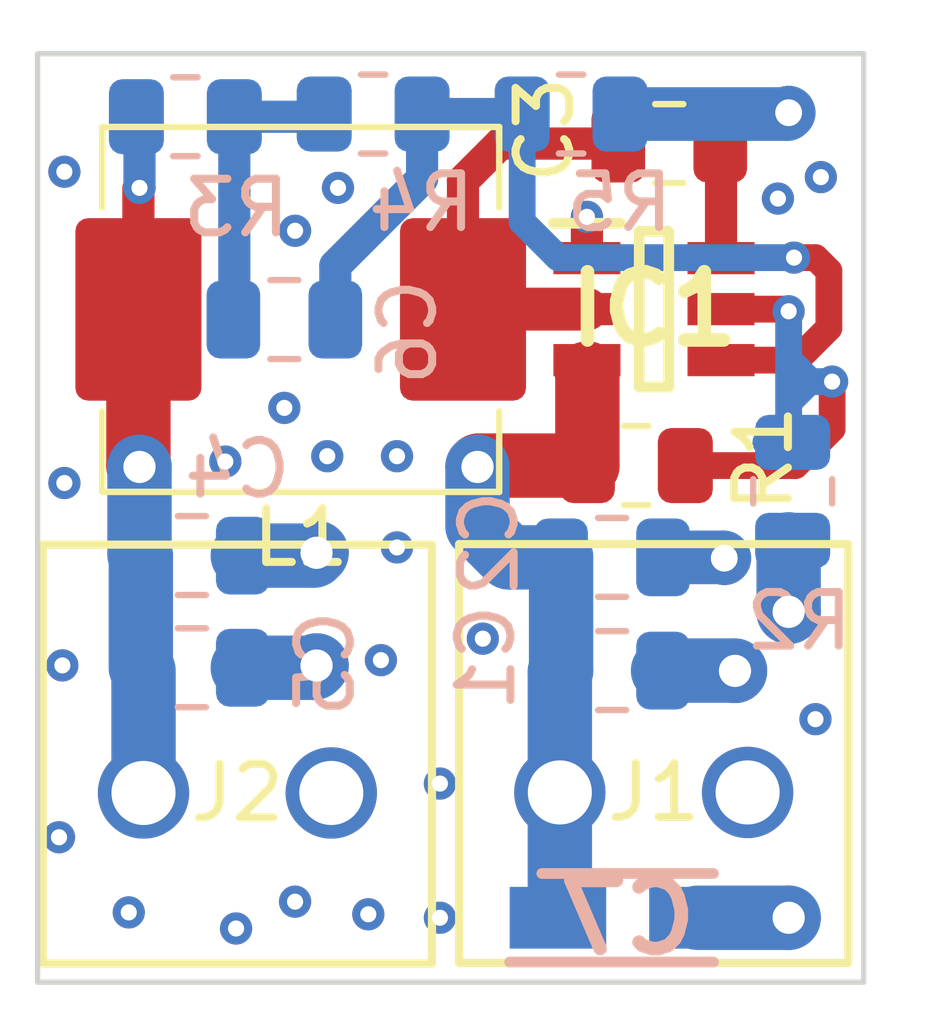
<source format=kicad_pcb>
(kicad_pcb (version 20221018) (generator pcbnew)
  (layers (0 "F.Cu" signal) (1 "In1.Cu" power) (2 "In2.Cu" power) (31 "B.Cu" signal) (34 "B.Paste" user) (35 "F.Paste" user) (36 "B.SilkS" user "B.Silkscreen") (37 "F.SilkS" user "F.Silkscreen") (38 "B.Mask" user) (39 "F.Mask" user) (44 "Edge.Cuts" user))
  (net 0 "")
  (net 1 "+12V")
  (net 2 "GND")
  (net 3 "Net-(IC1-BOOT)")
  (net 4 "Net-(IC1-SW)")
  (net 5 "Net-(C6-Pad1)")
  (net 6 "Net-(IC1-FB)")
  (net 7 "Net-(IC1-EN)")
  (net 8 "+5V")
  (footprint "footprints:CONN_1984617_PXC" (layer "F.Cu") (at 60.475 30.775 180)
    (fp_text reference "J2" (at 1.75 0 unlocked) (layer "F.SilkS"))
    (fp_text value "Conn_01x02" hide)
    (fp_line (start -1.877 -3.176999) (end -1.877 4.627001) (stroke (width 0.1524)) (layer "F.SilkS"))
    (fp_line (start -1.877 4.627001) (end 5.377001 4.627001) (stroke (width 0.1524)) (layer "F.SilkS"))
    (fp_line (start 5.377001 -3.176999) (end -1.877 -3.176999) (stroke (width 0.1524)) (layer "F.SilkS"))
    (fp_line (start 5.377001 4.627001) (end 5.377001 -3.176999) (stroke (width 0.1524)) (layer "F.SilkS"))
    (pad "1" thru_hole circle (at -0.000001 0 180) (size 1.7018 1.7018) (drill 1.1938) (layers "*.Cu" "*.Mask") (net 2 "GND"))
    (pad "2" thru_hole circle (at 3.500002 0 180) (size 1.7018 1.7018) (drill 1.1938) (layers "*.Cu" "*.Mask") (net 8 "+5V"))
  )
  (footprint "footprints:SOT95P280X110-6N" (layer "F.Cu") (at 66.49 21.76)
    (fp_text reference "IC1" (at 0 0) (layer "F.SilkS") (effects (font (size 1.27 1.27) (thickness 0.254))))
    (fp_text value "TPS54302DDCT" hide)
    (fp_line (start -1.875 -1.6) (end -0.625 -1.6) (stroke (width 0.2)) (layer "F.SilkS"))
    (fp_line (start -0.275 -1.45) (end 0.275 -1.45) (stroke (width 0.2)) (layer "F.SilkS"))
    (fp_line (start -0.275 1.45) (end -0.275 -1.45) (stroke (width 0.2)) (layer "F.SilkS"))
    (fp_line (start 0.275 -1.45) (end 0.275 1.45) (stroke (width 0.2)) (layer "F.SilkS"))
    (fp_line (start 0.275 1.45) (end -0.275 1.45) (stroke (width 0.2)) (layer "F.SilkS"))
    (pad "1" smd rect (at -1.25 -0.95 90) (size 0.6 1.25) (layers "F.Cu" "F.Paste" "F.Mask") (net 2 "GND"))
    (pad "2" smd rect (at -1.25 0 90) (size 0.6 1.25) (layers "F.Cu" "F.Paste" "F.Mask") (net 4 "Net-(IC1-SW)"))
    (pad "3" smd rect (at -1.25 0.95 90) (size 0.6 1.25) (layers "F.Cu" "F.Paste" "F.Mask") (net 1 "+12V"))
    (pad "4" smd rect (at 1.25 0.95 90) (size 0.6 1.25) (layers "F.Cu" "F.Paste" "F.Mask") (net 6 "Net-(IC1-FB)"))
    (pad "5" smd rect (at 1.25 0 90) (size 0.6 1.25) (layers "F.Cu" "F.Paste" "F.Mask") (net 7 "Net-(IC1-EN)"))
    (pad "6" smd rect (at 1.25 -0.95 90) (size 0.6 1.25) (layers "F.Cu" "F.Paste" "F.Mask") (net 3 "Net-(IC1-BOOT)"))
  )
  (footprint "Resistor_SMD:R_0805_2012Metric" (layer "F.Cu") (at 66.161274 24.675)
    (fp_text reference "R1" (at 2.37 -0.13 -270) (layer "F.SilkS"))
    (fp_text value "511K " hide)
    (fp_line (start -0.227064 -0.735) (end 0.227064 -0.735) (stroke (width 0.12)) (layer "F.SilkS"))
    (fp_line (start -0.227064 0.735) (end 0.227064 0.735) (stroke (width 0.12)) (layer "F.SilkS"))
    (pad "1" smd roundrect (at -0.9125 0) (size 1.025 1.4) (layers "F.Cu" "F.Paste" "F.Mask") (roundrect_rratio 0.243902439) (net 1 "+12V"))
    (pad "2" smd roundrect (at 0.9125 0) (size 1.025 1.4) (layers "F.Cu" "F.Paste" "F.Mask") (roundrect_rratio 0.243902439) (net 7 "Net-(IC1-EN)"))
  )
  (footprint "Inductor_SMD:L_Abracon_ASPI-0630LR" (layer "F.Cu") (at 59.905 21.765 180)
    (fp_text reference "L1" (at 0 -4.25) (layer "F.SilkS"))
    (fp_text value "10uH" hide)
    (fp_line (start -3.7 -3.4) (end -3.7 -1.9) (stroke (width 0.12)) (layer "F.SilkS"))
    (fp_line (start -3.7 3.4) (end -3.7 1.9) (stroke (width 0.12)) (layer "F.SilkS"))
    (fp_line (start -3.7 3.4) (end 3.7 3.4) (stroke (width 0.12)) (layer "F.SilkS"))
    (fp_line (start 3.7 -3.4) (end -3.7 -3.4) (stroke (width 0.12)) (layer "F.SilkS"))
    (fp_line (start 3.7 -3.4) (end 3.7 -1.9) (stroke (width 0.12)) (layer "F.SilkS"))
    (fp_line (start 3.7 3.4) (end 3.7 1.9) (stroke (width 0.12)) (layer "F.SilkS"))
    (pad "1" smd roundrect (at -3.025 0 180) (size 2.35 3.4) (layers "F.Cu" "F.Paste" "F.Mask") (roundrect_rratio 0.1) (net 4 "Net-(IC1-SW)"))
    (pad "2" smd roundrect (at 3.025 0 180) (size 2.35 3.4) (layers "F.Cu" "F.Paste" "F.Mask") (roundrect_rratio 0.1) (net 8 "+5V"))
  )
  (footprint "Capacitor_SMD:C_0805_2012Metric" (layer "F.Cu") (at 66.775 18.675 180)
    (fp_text reference "C3" (at 2.32 0.25 90) (layer "F.SilkS"))
    (fp_text value ".1uF" hide)
    (fp_line (start -0.261252 -0.735) (end 0.261252 -0.735) (stroke (width 0.12)) (layer "F.SilkS"))
    (fp_line (start -0.261252 0.735) (end 0.261252 0.735) (stroke (width 0.12)) (layer "F.SilkS"))
    (pad "1" smd roundrect (at -0.95 0 180) (size 1 1.45) (layers "F.Cu" "F.Paste" "F.Mask") (net 3 "Net-(IC1-BOOT)"))
    (pad "2" smd roundrect (at 0.95 0 180) (size 1 1.45) (layers "F.Cu" "F.Paste" "F.Mask") (net 4 "Net-(IC1-SW)"))
  )
  (footprint "footprints:CONN_1984617_PXC" (layer "F.Cu") (at 68.235 30.765 180)
    (fp_text reference "J1" (at 1.75 0 unlocked) (layer "F.SilkS"))
    (fp_text value "Conn_01x02" hide)
    (fp_line (start -1.877 -3.176999) (end -1.877 4.627001) (stroke (width 0.1524)) (layer "F.SilkS"))
    (fp_line (start -1.877 4.627001) (end 5.377001 4.627001) (stroke (width 0.1524)) (layer "F.SilkS"))
    (fp_line (start 5.377001 -3.176999) (end -1.877 -3.176999) (stroke (width 0.1524)) (layer "F.SilkS"))
    (fp_line (start 5.377001 4.627001) (end 5.377001 -3.176999) (stroke (width 0.1524)) (layer "F.SilkS"))
    (pad "1" thru_hole circle (at -0.000001 0 180) (size 1.7018 1.7018) (drill 1.1938) (layers "*.Cu" "*.Mask") (net 2 "GND"))
    (pad "2" thru_hole circle (at 3.500002 0 180) (size 1.7018 1.7018) (drill 1.1938) (layers "*.Cu" "*.Mask") (net 1 "+12V"))
  )
  (footprint "Resistor_SMD:R_0805_2012Metric" (layer "B.Cu") (at 64.945 18.125)
    (fp_text reference "R5" (at 0.9 1.65) (layer "B.SilkS") (effects (justify mirror)))
    (fp_text value "13.3K" hide)
    (fp_line (start -0.227064 -0.735) (end 0.227064 -0.735) (stroke (width 0.12)) (layer "B.SilkS"))
    (fp_line (start -0.227064 0.735) (end 0.227064 0.735) (stroke (width 0.12)) (layer "B.SilkS"))
    (pad "1" smd roundrect (at -0.9125 0) (size 1.025 1.4) (layers "B.Cu" "B.Paste" "B.Mask") (roundrect_rratio 0.243902439) (net 6 "Net-(IC1-FB)"))
    (pad "2" smd roundrect (at 0.9125 0) (size 1.025 1.4) (layers "B.Cu" "B.Paste" "B.Mask") (roundrect_rratio 0.243902439) (net 2 "GND"))
  )
  (footprint "footprints:CAPPM3216X180N" (layer "B.Cu") (at 66 33.1)
    (fp_text reference "C7" (at 0 0) (layer "B.SilkS") (effects (font (size 1.27 1.27) (thickness 0.254)) (justify mirror)))
    (fp_text value "47uF" hide)
    (fp_line (start -1.6 -0.825) (end 1.6 -0.825) (stroke (width 0.2)) (layer "B.SilkS"))
    (fp_line (start 1.6 0.825) (end -2.2 0.825) (stroke (width 0.2)) (layer "B.SilkS"))
    (pad "1" smd rect (at -1.3 0 270) (size 1.15 1.8) (layers "B.Cu" "B.Paste" "B.Mask") (net 1 "+12V"))
    (pad "2" smd rect (at 1.3 0 270) (size 1.15 1.8) (layers "B.Cu" "B.Paste" "B.Mask") (net 2 "GND"))
  )
  (footprint "Capacitor_SMD:C_0805_2012Metric" (layer "B.Cu") (at 65.708726 26.385)
    (fp_text reference "C2" (at -2.29 -0.26 90) (layer "B.SilkS") (effects (justify mirror)))
    (fp_text value ".1uF" hide)
    (fp_line (start -0.261252 -0.735) (end 0.261252 -0.735) (stroke (width 0.12)) (layer "B.SilkS"))
    (fp_line (start -0.261252 0.735) (end 0.261252 0.735) (stroke (width 0.12)) (layer "B.SilkS"))
    (pad "1" smd roundrect (at -0.95 0) (size 1 1.45) (layers "B.Cu" "B.Paste" "B.Mask") (net 1 "+12V"))
    (pad "2" smd roundrect (at 0.95 0) (size 1 1.45) (layers "B.Cu" "B.Paste" "B.Mask") (net 2 "GND"))
  )
  (footprint "Capacitor_SMD:C_0805_2012Metric" (layer "B.Cu") (at 59.6 21.955)
    (fp_text reference "C6" (at 2.3 0.23 90) (layer "B.SilkS") (effects (justify mirror)))
    (fp_text value "75pF" hide)
    (fp_line (start -0.261252 -0.735) (end 0.261252 -0.735) (stroke (width 0.12)) (layer "B.SilkS"))
    (fp_line (start -0.261252 0.735) (end 0.261252 0.735) (stroke (width 0.12)) (layer "B.SilkS"))
    (pad "1" smd roundrect (at -0.95 0) (size 1 1.45) (layers "B.Cu" "B.Paste" "B.Mask") (net 5 "Net-(C6-Pad1)"))
    (pad "2" smd roundrect (at 0.95 0) (size 1 1.45) (layers "B.Cu" "B.Paste" "B.Mask") (net 6 "Net-(IC1-FB)"))
  )
  (footprint "Resistor_SMD:R_0805_2012Metric" (layer "B.Cu") (at 61.255 18.125)
    (fp_text reference "R4" (at 0.9 1.65) (layer "B.SilkS") (effects (justify mirror)))
    (fp_text value "100K" hide)
    (fp_line (start -0.227064 -0.735) (end 0.227064 -0.735) (stroke (width 0.12)) (layer "B.SilkS"))
    (fp_line (start -0.227064 0.735) (end 0.227064 0.735) (stroke (width 0.12)) (layer "B.SilkS"))
    (pad "1" smd roundrect (at -0.9125 0) (size 1.025 1.4) (layers "B.Cu" "B.Paste" "B.Mask") (roundrect_rratio 0.243902439) (net 5 "Net-(C6-Pad1)"))
    (pad "2" smd roundrect (at 0.9125 0) (size 1.025 1.4) (layers "B.Cu" "B.Paste" "B.Mask") (roundrect_rratio 0.243902439) (net 6 "Net-(IC1-FB)"))
  )
  (footprint "Capacitor_SMD:C_0805_2012Metric" (layer "B.Cu") (at 65.708726 28.495)
    (fp_text reference "C1" (at -2.35 -0.24 90) (layer "B.SilkS") (effects (justify mirror)))
    (fp_text value "10uF" hide)
    (fp_line (start -0.261252 -0.735) (end 0.261252 -0.735) (stroke (width 0.12)) (layer "B.SilkS"))
    (fp_line (start -0.261252 0.735) (end 0.261252 0.735) (stroke (width 0.12)) (layer "B.SilkS"))
    (pad "1" smd roundrect (at -0.95 0) (size 1 1.45) (layers "B.Cu" "B.Paste" "B.Mask") (net 1 "+12V"))
    (pad "2" smd roundrect (at 0.95 0) (size 1 1.45) (layers "B.Cu" "B.Paste" "B.Mask") (net 2 "GND"))
  )
  (footprint "Resistor_SMD:R_0805_2012Metric" (layer "B.Cu") (at 57.755 18.175)
    (fp_text reference "R3" (at 0.95 1.7 180) (layer "B.SilkS") (effects (justify mirror)))
    (fp_text value "49.9" hide)
    (fp_line (start -0.227064 -0.735) (end 0.227064 -0.735) (stroke (width 0.12)) (layer "B.SilkS"))
    (fp_line (start -0.227064 0.735) (end 0.227064 0.735) (stroke (width 0.12)) (layer "B.SilkS"))
    (pad "1" smd roundrect (at -0.9125 0) (size 1.025 1.4) (layers "B.Cu" "B.Paste" "B.Mask") (roundrect_rratio 0.243902439) (net 8 "+5V"))
    (pad "2" smd roundrect (at 0.9125 0) (size 1.025 1.4) (layers "B.Cu" "B.Paste" "B.Mask") (roundrect_rratio 0.243902439) (net 5 "Net-(C6-Pad1)"))
  )
  (footprint "Capacitor_SMD:C_0805_2012Metric" (layer "B.Cu") (at 57.875 26.35206)
    (fp_text reference "C4" (at 0.85 -1.61) (layer "B.SilkS") (effects (justify mirror)))
    (fp_text value "22uF" hide)
    (fp_line (start -0.261252 -0.735) (end 0.261252 -0.735) (stroke (width 0.12)) (layer "B.SilkS"))
    (fp_line (start -0.261252 0.735) (end 0.261252 0.735) (stroke (width 0.12)) (layer "B.SilkS"))
    (pad "1" smd roundrect (at -0.95 0) (size 1 1.45) (layers "B.Cu" "B.Paste" "B.Mask") (net 8 "+5V"))
    (pad "2" smd roundrect (at 0.95 0) (size 1 1.45) (layers "B.Cu" "B.Paste" "B.Mask") (net 2 "GND"))
  )
  (footprint "Capacitor_SMD:C_0805_2012Metric" (layer "B.Cu") (at 57.875 28.44206)
    (fp_text reference "C5" (at 2.49 -0.08 90) (layer "B.SilkS") (effects (justify mirror)))
    (fp_text value "22uF" hide)
    (fp_line (start -0.261252 -0.735) (end 0.261252 -0.735) (stroke (width 0.12)) (layer "B.SilkS"))
    (fp_line (start -0.261252 0.735) (end 0.261252 0.735) (stroke (width 0.12)) (layer "B.SilkS"))
    (pad "1" smd roundrect (at -0.95 0) (size 1 1.45) (layers "B.Cu" "B.Paste" "B.Mask") (net 8 "+5V"))
    (pad "2" smd roundrect (at 0.95 0) (size 1 1.45) (layers "B.Cu" "B.Paste" "B.Mask") (net 2 "GND"))
  )
  (footprint "Resistor_SMD:R_0805_2012Metric" (layer "B.Cu") (at 69.075 25.155 -90)
    (fp_text reference "R2" (at 2.42 -0.12) (layer "B.SilkS") (effects (justify mirror)))
    (fp_text value "105K" hide)
    (fp_line (start -0.227064 -0.735) (end 0.227064 -0.735) (stroke (width 0.12)) (layer "B.SilkS"))
    (fp_line (start -0.227064 0.735) (end 0.227064 0.735) (stroke (width 0.12)) (layer "B.SilkS"))
    (pad "1" smd roundrect (at -0.9125 0 270) (size 1.025 1.4) (layers "B.Cu" "B.Paste" "B.Mask") (roundrect_rratio 0.243902439) (net 7 "Net-(IC1-EN)"))
    (pad "2" smd roundrect (at 0.9125 0 270) (size 1.025 1.4) (layers "B.Cu" "B.Paste" "B.Mask") (roundrect_rratio 0.243902439) (net 2 "GND"))
  )
  (gr_rect (start 55 17) (end 70.4 34.3) (stroke (width 0.1)) (fill none) (layer "Edge.Cuts"))
  (segment (start 65.248774 24.675) (end 65.248774 22.96) (width 1.2) (layer "F.Cu") (net 1))
  (segment (start 65.248774 22.96) (end 65.24 22.96) (width 1.2) (layer "F.Cu") (net 1))
  (segment (start 63.225 24.675) (end 63.2 24.7) (width 1.2) (layer "F.Cu") (net 1))
  (segment (start 65.248774 24.675) (end 63.225 24.675) (width 1.2) (layer "F.Cu") (net 1))
  (via (at 63.2 24.7) (size 1.2) (drill 0.6) (layers "F.Cu" "B.Cu") (net 1))
  (segment (start 63.2 24.7) (end 63.2 25.8) (width 1.2) (layer "B.Cu") (net 1))
  (segment (start 64.734998 30.765) (end 64.734998 33.065002) (width 1.2) (layer "B.Cu") (net 1))
  (segment (start 64.758726 28.495) (end 64.758726 26.385) (width 1.2) (layer "B.Cu") (net 1))
  (segment (start 64.734998 28.518728) (end 64.758726 28.495) (width 1.2) (layer "B.Cu") (net 1))
  (segment (start 64.734998 30.765) (end 64.734998 28.518728) (width 1.2) (layer "B.Cu") (net 1))
  (segment (start 63.785 26.385) (end 64.758726 26.385) (width 1.2) (layer "B.Cu") (net 1))
  (segment (start 63.2 25.8) (end 63.785 26.385) (width 1.2) (layer "B.Cu") (net 1))
  (segment (start 65.24 20.04) (end 65.24 20.81) (width 0.6) (layer "F.Cu") (net 2))
  (via (at 59.6 23.6) (size 0.6) (drill 0.3) (layers "F.Cu" "B.Cu") (net 2))
  (via (at 67.8 26.4) (size 1) (drill 0.5) (layers "F.Cu" "B.Cu") (net 2))
  (via (at 62.5 33.1) (size 0.6) (drill 0.3) (layers "F.Cu" "B.Cu") (net 2))
  (via (at 61.7 24.5) (size 0.6) (drill 0.3) (layers "F.Cu" "B.Cu") (net 2))
  (via (at 63.3 27.9) (size 0.6) (drill 0.3) (layers "F.Cu" "B.Cu") (net 2))
  (via (at 61.165 33.035) (size 0.6) (drill 0.3) (layers "F.Cu" "B.Cu") (net 2))
  (via (at 69.5 29.4) (size 0.6) (drill 0.3) (layers "F.Cu" "B.Cu") (net 2))
  (via (at 55.5 19.2) (size 0.6) (drill 0.3) (layers "F.Cu" "B.Cu") (net 2))
  (via (at 69 18.1) (size 1) (drill 0.5) (layers "F.Cu" "B.Cu") (net 2))
  (via (at 59.8 20.3) (size 0.6) (drill 0.3) (layers "F.Cu" "B.Cu") (net 2))
  (via (at 55.5 25) (size 0.6) (drill 0.3) (layers "F.Cu" "B.Cu") (net 2))
  (via (at 69 33.1) (size 1.2) (drill 0.6) (layers "F.Cu" "B.Cu") (net 2))
  (via (at 61.4 28.3) (size 0.6) (drill 0.3) (layers "F.Cu" "B.Cu") (net 2))
  (via (at 68.8 19.7) (size 0.6) (drill 0.3) (layers "F.Cu" "B.Cu") (net 2))
  (via (at 59.8 32.8) (size 0.6) (drill 0.3) (layers "F.Cu" "B.Cu") (net 2))
  (via (at 56.7 33) (size 0.6) (drill 0.3) (layers "F.Cu" "B.Cu") (net 2))
  (via (at 60.4 24.5) (size 0.6) (drill 0.3) (layers "F.Cu" "B.Cu") (net 2))
  (via (at 60.6 19.5) (size 0.6) (drill 0.3) (layers "F.Cu" "B.Cu") (net 2))
  (via (at 62.5 30.6) (size 0.6) (drill 0.3) (layers "F.Cu" "B.Cu") (net 2))
  (via (at 60.2 26.3) (size 1.2) (drill 0.6) (layers "F.Cu" "B.Cu") (net 2))
  (via (at 65.24 20.04) (size 0.6) (drill 0.3) (layers "F.Cu" "B.Cu") (net 2))
  (via (at 60.2 28.4) (size 1.2) (drill 0.6) (layers "F.Cu" "B.Cu") (net 2))
  (via (at 55.462846 28.397817) (size 0.6) (drill 0.3) (layers "F.Cu" "B.Cu") (net 2))
  (via (at 58.5 24.6) (size 0.6) (drill 0.3) (layers "F.Cu" "B.Cu") (net 2))
  (via (at 61.7 26.2) (size 0.6) (drill 0.3) (layers "F.Cu" "B.Cu") (net 2))
  (via (at 68 28.5) (size 1.2) (drill 0.6) (layers "F.Cu" "B.Cu") (net 2))
  (via (at 69.6 19.3) (size 0.6) (drill 0.3) (layers "F.Cu" "B.Cu") (net 2))
  (via (at 55.4 31.6) (size 0.6) (drill 0.3) (layers "F.Cu" "B.Cu") (net 2))
  (via (at 58.7 33.3) (size 0.6) (drill 0.3) (layers "F.Cu" "B.Cu") (net 2))
  (via (at 69 27.4) (size 1.2) (drill 0.6) (layers "F.Cu" "B.Cu") (net 2))
  (segment (start 67.3 33.1) (end 69 33.1) (width 1.2) (layer "B.Cu") (net 2))
  (segment (start 60.14794 26.35206) (end 60.2 26.3) (width 1.2) (layer "B.Cu") (net 2))
  (segment (start 60.15794 28.44206) (end 60.2 28.4) (width 1.2) (layer "B.Cu") (net 2))
  (segment (start 69 18.1) (end 68.975 18.125) (width 1) (layer "B.Cu") (net 2))
  (segment (start 69 27.4) (end 69 26.1425) (width 1.2) (layer "B.Cu") (net 2))
  (segment (start 66.658726 26.385) (end 67.785 26.385) (width 1) (layer "B.Cu") (net 2))
  (segment (start 67.785 26.385) (end 67.8 26.4) (width 1) (layer "B.Cu") (net 2))
  (segment (start 58.825 28.44206) (end 60.15794 28.44206) (width 1.2) (layer "B.Cu") (net 2))
  (segment (start 58.825 26.35206) (end 60.14794 26.35206) (width 1.2) (layer "B.Cu") (net 2))
  (segment (start 66.658726 28.495) (end 67.995 28.495) (width 1.2) (layer "B.Cu") (net 2))
  (segment (start 68.975 18.125) (end 65.8575 18.125) (width 1) (layer "B.Cu") (net 2))
  (segment (start 67.995 28.495) (end 68 28.5) (width 1.2) (layer "B.Cu") (net 2))
  (segment (start 67.74 20.81) (end 67.74 18.69) (width 0.6) (layer "F.Cu") (net 3))
  (segment (start 67.74 18.69) (end 67.725 18.675) (width 0.6) (layer "F.Cu") (net 3))
  (segment (start 62.93 19.37) (end 62.93 21.765) (width 0.6) (layer "F.Cu") (net 4))
  (segment (start 62.935 21.76) (end 62.93 21.765) (width 0.8) (layer "F.Cu") (net 4))
  (segment (start 63.625 18.675) (end 62.93 19.37) (width 0.6) (layer "F.Cu") (net 4))
  (segment (start 65.24 21.76) (end 62.935 21.76) (width 0.8) (layer "F.Cu") (net 4))
  (segment (start 63.625 18.675) (end 65.825 18.675) (width 0.6) (layer "F.Cu") (net 4))
  (segment (start 60.2925 18.175) (end 60.3425 18.125) (width 0.6) (layer "B.Cu") (net 5))
  (segment (start 58.6675 18.175) (end 58.6675 21.9375) (width 0.6) (layer "B.Cu") (net 5))
  (segment (start 58.6675 18.175) (end 60.2925 18.175) (width 0.6) (layer "B.Cu") (net 5))
  (segment (start 69.150661 22.71) (end 67.74 22.71) (width 0.5) (layer "F.Cu") (net 6))
  (segment (start 69.75 21.05) (end 69.75 22.110661) (width 0.5) (layer "F.Cu") (net 6))
  (segment (start 69.5 20.8) (end 69.75 21.05) (width 0.5) (layer "F.Cu") (net 6))
  (segment (start 69.75 22.110661) (end 69.150661 22.71) (width 0.5) (layer "F.Cu") (net 6))
  (segment (start 69.1 20.8) (end 69.5 20.8) (width 0.5) (layer "F.Cu") (net 6))
  (via (at 69.1 20.8) (size 0.6) (drill 0.3) (layers "F.Cu" "B.Cu") (net 6))
  (segment (start 62.1675 18.125) (end 64.0325 18.125) (width 0.6) (layer "B.Cu") (net 6))
  (segment (start 62.1675 19.3325) (end 60.55 20.95) (width 0.6) (layer "B.Cu") (net 6))
  (segment (start 64.7 20.8) (end 64.0325 20.1325) (width 0.5) (layer "B.Cu") (net 6))
  (segment (start 64.0325 20.1325) (end 64.0325 18.125) (width 0.5) (layer "B.Cu") (net 6))
  (segment (start 69.1 20.8) (end 64.7 20.8) (width 0.5) (layer "B.Cu") (net 6))
  (segment (start 60.55 20.95) (end 60.55 21.955) (width 0.6) (layer "B.Cu") (net 6))
  (segment (start 62.1675 18.125) (end 62.1675 19.3325) (width 0.6) (layer "B.Cu") (net 6))
  (segment (start 69.125 24.675) (end 69.810307 23.989693) (width 0.5) (layer "F.Cu") (net 7))
  (segment (start 67.073774 24.675) (end 69.125 24.675) (width 0.5) (layer "F.Cu") (net 7))
  (segment (start 67.74 21.76) (end 68.96 21.76) (width 0.5) (layer "F.Cu") (net 7))
  (segment (start 69.810307 23.989693) (end 69.810307 23.110308) (width 0.5) (layer "F.Cu") (net 7))
  (via (at 69.810307 23.110308) (size 0.6) (drill 0.3) (layers "F.Cu" "B.Cu") (net 7))
  (via (at 69 21.8) (size 0.6) (drill 0.3) (layers "F.Cu" "B.Cu") (net 7))
  (segment (start 69.4 23.110308) (end 69.4 23.1) (width 0.5) (layer "B.Cu") (net 7))
  (segment (start 69.4 23.1) (end 69 22.7) (width 0.5) (layer "B.Cu") (net 7))
  (segment (start 69.4 23.110308) (end 69.389692 23.110308) (width 0.5) (layer "B.Cu") (net 7))
  (segment (start 69 23.5) (end 69 23.8175) (width 0.5) (layer "B.Cu") (net 7))
  (segment (start 69 21.8) (end 69 22.7) (width 0.5) (layer "B.Cu") (net 7))
  (segment (start 68.9425 24.275) (end 68.975 24.2425) (width 0.6) (layer "B.Cu") (net 7))
  (segment (start 69.4 23.110308) (end 69.010308 23.110308) (width 0.5) (layer "B.Cu") (net 7))
  (segment (start 69.810307 23.110308) (end 69.4 23.110308) (width 0.5) (layer "B.Cu") (net 7))
  (segment (start 69 23.1) (end 69 23.5) (width 0.5) (layer "B.Cu") (net 7))
  (segment (start 69.389692 23.110308) (end 69 23.5) (width 0.5) (layer "B.Cu") (net 7))
  (segment (start 69 23.8175) (end 68.575 24.2425) (width 0.5) (layer "B.Cu") (net 7))
  (segment (start 69.010308 23.110308) (end 69 23.1) (width 0.5) (layer "B.Cu") (net 7))
  (segment (start 69 22.7) (end 69 23.1) (width 0.5) (layer "B.Cu") (net 7))
  (segment (start 56.88 19.52) (end 56.9 19.5) (width 0.6) (layer "F.Cu") (net 8))
  (segment (start 56.88 24.68) (end 56.9 24.7) (width 1.2) (layer "F.Cu") (net 8))
  (segment (start 56.88 21.765) (end 56.88 24.68) (width 1.2) (layer "F.Cu") (net 8))
  (segment (start 56.88 21.765) (end 56.88 19.52) (width 0.6) (layer "F.Cu") (net 8))
  (via (at 56.9 24.7) (size 1.2) (drill 0.6) (layers "F.Cu" "B.Cu") (net 8))
  (via (at 56.9 19.5) (size 0.6) (drill 0.3) (layers "F.Cu" "B.Cu") (net 8))
  (segment (start 56.9 26.32706) (end 56.925 26.35206) (width 1.2) (layer "B.Cu") (net 8))
  (segment (start 56.925 28.44206) (end 56.925 26.35206) (width 1.2) (layer "B.Cu") (net 8))
  (segment (start 56.9 24.7) (end 56.9 26.32706) (width 1.2) (layer "B.Cu") (net 8))
  (segment (start 56.974998 30.775) (end 56.974998 28.492058) (width 1.2) (layer "B.Cu") (net 8))
  (segment (start 56.9 19.5) (end 56.9 18.2325) (width 0.6) (layer "B.Cu") (net 8))
  (segment (start 56.9 18.2325) (end 56.8425 18.175) (width 0.6) (layer "B.Cu") (net 8))
)
</source>
